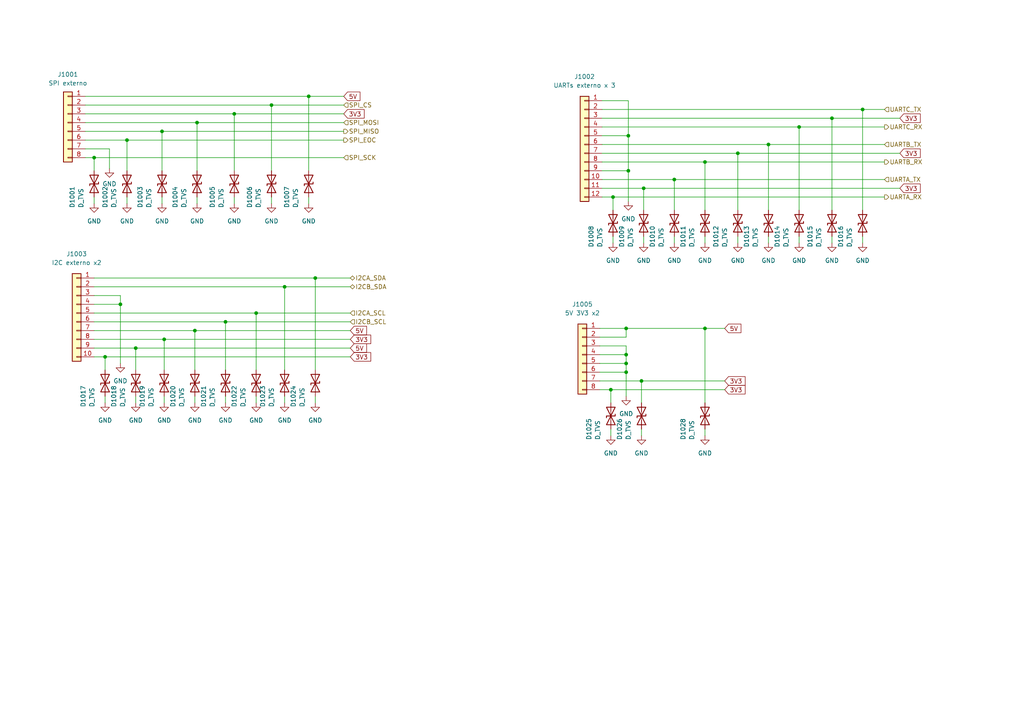
<source format=kicad_sch>
(kicad_sch (version 20211123) (generator eeschema)
  (paper "A4")
  (lib_symbols
    (symbol "Connector_Generic:Conn_01x08" (pin_names (offset 1.016) hide)
      (property "Reference" "J" (at 0 10.16 0))
      (property "Value" "Conn_01x08" (at 0 -12.7 0))
      (symbol "Conn_01x08_1_1"
        (rectangle (start -1.27 -10.033) (end 0 -10.287) (stroke (width 0.1524)))
        (rectangle (start -1.27 -7.493) (end 0 -7.747) (stroke (width 0.1524)))
        (rectangle (start -1.27 -4.953) (end 0 -5.207) (stroke (width 0.1524)))
        (rectangle (start -1.27 -2.413) (end 0 -2.667) (stroke (width 0.1524)))
        (rectangle (start -1.27 0.127) (end 0 -0.127) (stroke (width 0.1524)))
        (rectangle (start -1.27 2.667) (end 0 2.413) (stroke (width 0.1524)))
        (rectangle (start -1.27 5.207) (end 0 4.953) (stroke (width 0.1524)))
        (rectangle (start -1.27 7.747) (end 0 7.493) (stroke (width 0.1524)))
        (rectangle (start -1.27 8.89) (end 1.27 -11.43) (stroke (width 0.254)) (fill (type background)))
        (pin passive line (at -5.08 7.62 0) (length 3.81) (name "Pin_1") (number "1"))
        (pin passive line (at -5.08 5.08 0) (length 3.81) (name "Pin_2") (number "2"))
        (pin passive line (at -5.08 2.54 0) (length 3.81) (name "Pin_3") (number "3"))
        (pin passive line (at -5.08 0 0) (length 3.81) (name "Pin_4") (number "4"))
        (pin passive line (at -5.08 -2.54 0) (length 3.81) (name "Pin_5") (number "5"))
        (pin passive line (at -5.08 -5.08 0) (length 3.81) (name "Pin_6") (number "6"))
        (pin passive line (at -5.08 -7.62 0) (length 3.81) (name "Pin_7") (number "7"))
        (pin passive line (at -5.08 -10.16 0) (length 3.81) (name "Pin_8") (number "8"))
      )
    )
    (symbol "Connector_Generic:Conn_01x10" (pin_names (offset 1.016) hide)
      (property "Reference" "J" (at 0 12.7 0))
      (property "Value" "Conn_01x10" (at 0 -15.24 0))
      (symbol "Conn_01x10_1_1"
        (rectangle (start -1.27 -12.573) (end 0 -12.827) (stroke (width 0.1524)))
        (rectangle (start -1.27 -10.033) (end 0 -10.287) (stroke (width 0.1524)))
        (rectangle (start -1.27 -7.493) (end 0 -7.747) (stroke (width 0.1524)))
        (rectangle (start -1.27 -4.953) (end 0 -5.207) (stroke (width 0.1524)))
        (rectangle (start -1.27 -2.413) (end 0 -2.667) (stroke (width 0.1524)))
        (rectangle (start -1.27 0.127) (end 0 -0.127) (stroke (width 0.1524)))
        (rectangle (start -1.27 2.667) (end 0 2.413) (stroke (width 0.1524)))
        (rectangle (start -1.27 5.207) (end 0 4.953) (stroke (width 0.1524)))
        (rectangle (start -1.27 7.747) (end 0 7.493) (stroke (width 0.1524)))
        (rectangle (start -1.27 10.287) (end 0 10.033) (stroke (width 0.1524)))
        (rectangle (start -1.27 11.43) (end 1.27 -13.97) (stroke (width 0.254)) (fill (type background)))
        (pin passive line (at -5.08 10.16 0) (length 3.81) (name "Pin_1") (number "1"))
        (pin passive line (at -5.08 -12.7 0) (length 3.81) (name "Pin_10") (number "10"))
        (pin passive line (at -5.08 7.62 0) (length 3.81) (name "Pin_2") (number "2"))
        (pin passive line (at -5.08 5.08 0) (length 3.81) (name "Pin_3") (number "3"))
        (pin passive line (at -5.08 2.54 0) (length 3.81) (name "Pin_4") (number "4"))
        (pin passive line (at -5.08 0 0) (length 3.81) (name "Pin_5") (number "5"))
        (pin passive line (at -5.08 -2.54 0) (length 3.81) (name "Pin_6") (number "6"))
        (pin passive line (at -5.08 -5.08 0) (length 3.81) (name "Pin_7") (number "7"))
        (pin passive line (at -5.08 -7.62 0) (length 3.81) (name "Pin_8") (number "8"))
        (pin passive line (at -5.08 -10.16 0) (length 3.81) (name "Pin_9") (number "9"))
      )
    )
    (symbol "Connector_Generic:Conn_01x12" (pin_names (offset 1.016) hide)
      (property "Reference" "J" (at 0 15.24 0))
      (property "Value" "Conn_01x12" (at 0 -17.78 0))
      (symbol "Conn_01x12_1_1"
        (rectangle (start -1.27 -15.113) (end 0 -15.367) (stroke (width 0.1524)))
        (rectangle (start -1.27 -12.573) (end 0 -12.827) (stroke (width 0.1524)))
        (rectangle (start -1.27 -10.033) (end 0 -10.287) (stroke (width 0.1524)))
        (rectangle (start -1.27 -7.493) (end 0 -7.747) (stroke (width 0.1524)))
        (rectangle (start -1.27 -4.953) (end 0 -5.207) (stroke (width 0.1524)))
        (rectangle (start -1.27 -2.413) (end 0 -2.667) (stroke (width 0.1524)))
        (rectangle (start -1.27 0.127) (end 0 -0.127) (stroke (width 0.1524)))
        (rectangle (start -1.27 2.667) (end 0 2.413) (stroke (width 0.1524)))
        (rectangle (start -1.27 5.207) (end 0 4.953) (stroke (width 0.1524)))
        (rectangle (start -1.27 7.747) (end 0 7.493) (stroke (width 0.1524)))
        (rectangle (start -1.27 10.287) (end 0 10.033) (stroke (width 0.1524)))
        (rectangle (start -1.27 12.827) (end 0 12.573) (stroke (width 0.1524)))
        (rectangle (start -1.27 13.97) (end 1.27 -16.51) (stroke (width 0.254)) (fill (type background)))
        (pin passive line (at -5.08 12.7 0) (length 3.81) (name "Pin_1") (number "1"))
        (pin passive line (at -5.08 -10.16 0) (length 3.81) (name "Pin_10") (number "10"))
        (pin passive line (at -5.08 -12.7 0) (length 3.81) (name "Pin_11") (number "11"))
        (pin passive line (at -5.08 -15.24 0) (length 3.81) (name "Pin_12") (number "12"))
        (pin passive line (at -5.08 10.16 0) (length 3.81) (name "Pin_2") (number "2"))
        (pin passive line (at -5.08 7.62 0) (length 3.81) (name "Pin_3") (number "3"))
        (pin passive line (at -5.08 5.08 0) (length 3.81) (name "Pin_4") (number "4"))
        (pin passive line (at -5.08 2.54 0) (length 3.81) (name "Pin_5") (number "5"))
        (pin passive line (at -5.08 0 0) (length 3.81) (name "Pin_6") (number "6"))
        (pin passive line (at -5.08 -2.54 0) (length 3.81) (name "Pin_7") (number "7"))
        (pin passive line (at -5.08 -5.08 0) (length 3.81) (name "Pin_8") (number "8"))
        (pin passive line (at -5.08 -7.62 0) (length 3.81) (name "Pin_9") (number "9"))
      )
    )
    (symbol "Device:D_TVS" (pin_numbers hide) (pin_names (offset 1.016) hide)
      (property "Reference" "D" (at 0 2.54 0))
      (property "Value" "D_TVS" (at 0 -2.54 0))
      (symbol "D_TVS_0_1"
        (polyline (pts (xy 1.27 0) (xy -1.27 0)))
        (polyline (pts (xy 0.508 1.27) (xy 0 1.27) (xy 0 -1.27) (xy -0.508 -1.27)) (stroke (width 0.254)))
        (polyline (pts (xy -2.54 1.27) (xy -2.54 -1.27) (xy 2.54 1.27) (xy 2.54 -1.27) (xy -2.54 1.27)) (stroke (width 0.254)))
      )
      (symbol "D_TVS_1_1"
        (pin passive line (at -3.81 0 0) (length 2.54) (name "A1") (number "1"))
        (pin passive line (at 3.81 0 180) (length 2.54) (name "A2") (number "2"))
      )
    )
    (symbol "power:GND" (power) (pin_names (offset 0))
      (property "Value" "GND" (at 0 -3.81 0))
      (symbol "GND_0_1"
        (polyline (pts (xy 0 0) (xy 0 -1.27) (xy 1.27 -1.27) (xy 0 -2.54) (xy -1.27 -1.27) (xy 0 -1.27)))
      )
      (symbol "GND_1_1"
        (pin power_in line (at 0 0 270) (length 0) hide (name "GND") (number "1"))
      )
    )
  )
  (junction (at 213.995 44.45))
  (junction (at 39.37 100.965))
  (junction (at 222.885 41.91))
  (junction (at 231.775 36.83))
  (junction (at 56.515 95.885))
  (junction (at 181.61 95.25))
  (junction (at 91.44 80.645))
  (junction (at 177.165 113.03))
  (junction (at 47.625 98.425))
  (junction (at 177.8 57.15))
  (junction (at 241.3 34.29))
  (junction (at 181.61 105.41))
  (junction (at 74.295 90.805))
  (junction (at 30.48 103.505))
  (junction (at 186.055 110.49))
  (junction (at 204.47 46.99))
  (junction (at 182.245 49.53))
  (junction (at 186.69 54.61))
  (junction (at 89.535 27.94))
  (junction (at 65.405 93.345))
  (junction (at 182.245 39.37))
  (junction (at 34.925 88.265))
  (junction (at 82.55 83.185))
  (junction (at 204.47 95.25))
  (junction (at 250.19 31.75))
  (junction (at 36.83 40.64))
  (junction (at 57.15 35.56))
  (junction (at 67.945 33.02))
  (junction (at 181.61 102.87))
  (junction (at 27.305 45.72))
  (junction (at 181.61 107.95))
  (junction (at 46.99 38.1))
  (junction (at 78.74 30.48))
  (junction (at 195.58 52.07))
  (wire (pts (xy 27.305 98.425) (xy 47.625 98.425)))
  (wire (pts (xy 82.55 114.935) (xy 82.55 116.84)))
  (wire (pts (xy 173.99 105.41) (xy 181.61 105.41)))
  (wire (pts (xy 39.37 114.935) (xy 39.37 116.84)))
  (wire (pts (xy 91.44 107.315) (xy 91.44 80.645)))
  (wire (pts (xy 173.99 100.33) (xy 181.61 100.33)))
  (wire (pts (xy 27.305 95.885) (xy 56.515 95.885)))
  (wire (pts (xy 222.885 41.91) (xy 222.885 60.96)))
  (wire (pts (xy 36.83 40.64) (xy 36.83 49.53)))
  (wire (pts (xy 91.44 80.645) (xy 101.6 80.645)))
  (wire (pts (xy 74.295 114.935) (xy 74.295 116.84)))
  (wire (pts (xy 82.55 83.185) (xy 101.6 83.185)))
  (wire (pts (xy 177.165 113.03) (xy 210.185 113.03)))
  (wire (pts (xy 24.765 43.18) (xy 31.75 43.18)))
  (wire (pts (xy 174.625 52.07) (xy 195.58 52.07)))
  (wire (pts (xy 204.47 60.96) (xy 204.47 46.99)))
  (wire (pts (xy 34.925 85.725) (xy 34.925 88.265)))
  (wire (pts (xy 27.305 45.72) (xy 99.695 45.72)))
  (wire (pts (xy 56.515 95.885) (xy 56.515 107.315)))
  (wire (pts (xy 177.165 113.03) (xy 177.165 116.84)))
  (wire (pts (xy 181.61 100.33) (xy 181.61 102.87)))
  (wire (pts (xy 74.295 107.315) (xy 74.295 90.805)))
  (wire (pts (xy 173.99 110.49) (xy 186.055 110.49)))
  (wire (pts (xy 78.74 30.48) (xy 99.695 30.48)))
  (wire (pts (xy 173.99 102.87) (xy 181.61 102.87)))
  (wire (pts (xy 195.58 52.07) (xy 195.58 60.96)))
  (wire (pts (xy 250.19 68.58) (xy 250.19 70.485)))
  (wire (pts (xy 74.295 90.805) (xy 101.6 90.805)))
  (wire (pts (xy 250.19 31.75) (xy 256.54 31.75)))
  (wire (pts (xy 30.48 114.935) (xy 30.48 116.84)))
  (wire (pts (xy 213.995 44.45) (xy 260.985 44.45)))
  (wire (pts (xy 36.83 40.64) (xy 99.695 40.64)))
  (wire (pts (xy 24.765 33.02) (xy 67.945 33.02)))
  (wire (pts (xy 24.765 30.48) (xy 78.74 30.48)))
  (wire (pts (xy 174.625 34.29) (xy 241.3 34.29)))
  (wire (pts (xy 89.535 57.15) (xy 89.535 59.055)))
  (wire (pts (xy 174.625 49.53) (xy 182.245 49.53)))
  (wire (pts (xy 67.945 57.15) (xy 67.945 59.055)))
  (wire (pts (xy 24.765 35.56) (xy 57.15 35.56)))
  (wire (pts (xy 231.775 36.83) (xy 256.54 36.83)))
  (wire (pts (xy 250.19 31.75) (xy 250.19 60.96)))
  (wire (pts (xy 39.37 100.965) (xy 39.37 107.315)))
  (wire (pts (xy 46.99 57.15) (xy 46.99 59.055)))
  (wire (pts (xy 27.305 85.725) (xy 34.925 85.725)))
  (wire (pts (xy 31.75 48.895) (xy 31.75 43.18)))
  (wire (pts (xy 24.765 27.94) (xy 89.535 27.94)))
  (wire (pts (xy 57.15 57.15) (xy 57.15 59.055)))
  (wire (pts (xy 27.305 90.805) (xy 74.295 90.805)))
  (wire (pts (xy 181.61 107.95) (xy 181.61 114.935)))
  (wire (pts (xy 181.61 105.41) (xy 181.61 107.95)))
  (wire (pts (xy 186.69 68.58) (xy 186.69 70.485)))
  (wire (pts (xy 182.245 49.53) (xy 182.245 58.42)))
  (wire (pts (xy 213.995 44.45) (xy 213.995 60.96)))
  (wire (pts (xy 182.245 39.37) (xy 182.245 49.53)))
  (wire (pts (xy 47.625 114.935) (xy 47.625 116.84)))
  (wire (pts (xy 173.99 113.03) (xy 177.165 113.03)))
  (wire (pts (xy 24.765 45.72) (xy 27.305 45.72)))
  (wire (pts (xy 174.625 41.91) (xy 222.885 41.91)))
  (wire (pts (xy 24.765 40.64) (xy 36.83 40.64)))
  (wire (pts (xy 241.3 34.29) (xy 260.985 34.29)))
  (wire (pts (xy 34.925 105.41) (xy 34.925 88.265)))
  (wire (pts (xy 213.995 68.58) (xy 213.995 70.485)))
  (wire (pts (xy 65.405 114.935) (xy 65.405 116.84)))
  (wire (pts (xy 177.8 57.15) (xy 177.8 60.96)))
  (wire (pts (xy 195.58 52.07) (xy 256.54 52.07)))
  (wire (pts (xy 57.15 35.56) (xy 99.695 35.56)))
  (wire (pts (xy 47.625 98.425) (xy 101.6 98.425)))
  (wire (pts (xy 186.055 110.49) (xy 186.055 116.84)))
  (wire (pts (xy 222.885 41.91) (xy 256.54 41.91)))
  (wire (pts (xy 181.61 102.87) (xy 181.61 105.41)))
  (wire (pts (xy 204.47 68.58) (xy 204.47 70.485)))
  (wire (pts (xy 46.99 38.1) (xy 99.695 38.1)))
  (wire (pts (xy 27.305 103.505) (xy 30.48 103.505)))
  (wire (pts (xy 27.305 57.15) (xy 27.305 59.055)))
  (wire (pts (xy 174.625 57.15) (xy 177.8 57.15)))
  (wire (pts (xy 27.305 88.265) (xy 34.925 88.265)))
  (wire (pts (xy 173.99 107.95) (xy 181.61 107.95)))
  (wire (pts (xy 181.61 95.25) (xy 204.47 95.25)))
  (wire (pts (xy 174.625 31.75) (xy 250.19 31.75)))
  (wire (pts (xy 231.775 60.96) (xy 231.775 36.83)))
  (wire (pts (xy 174.625 36.83) (xy 231.775 36.83)))
  (wire (pts (xy 30.48 103.505) (xy 30.48 107.315)))
  (wire (pts (xy 204.47 95.25) (xy 210.185 95.25)))
  (wire (pts (xy 67.945 33.02) (xy 99.695 33.02)))
  (wire (pts (xy 24.765 38.1) (xy 46.99 38.1)))
  (wire (pts (xy 204.47 124.46) (xy 204.47 126.365)))
  (wire (pts (xy 36.83 57.15) (xy 36.83 59.055)))
  (wire (pts (xy 174.625 44.45) (xy 213.995 44.45)))
  (wire (pts (xy 78.74 30.48) (xy 78.74 49.53)))
  (wire (pts (xy 177.165 124.46) (xy 177.165 126.365)))
  (wire (pts (xy 91.44 114.935) (xy 91.44 116.84)))
  (wire (pts (xy 89.535 27.94) (xy 89.535 49.53)))
  (wire (pts (xy 241.3 68.58) (xy 241.3 70.485)))
  (wire (pts (xy 89.535 27.94) (xy 99.695 27.94)))
  (wire (pts (xy 65.405 93.345) (xy 65.405 107.315)))
  (wire (pts (xy 27.305 83.185) (xy 82.55 83.185)))
  (wire (pts (xy 186.69 54.61) (xy 186.69 60.96)))
  (wire (pts (xy 204.47 95.25) (xy 204.47 116.84)))
  (wire (pts (xy 46.99 38.1) (xy 46.99 49.53)))
  (wire (pts (xy 174.625 54.61) (xy 186.69 54.61)))
  (wire (pts (xy 174.625 46.99) (xy 204.47 46.99)))
  (wire (pts (xy 186.69 54.61) (xy 260.985 54.61)))
  (wire (pts (xy 39.37 100.965) (xy 101.6 100.965)))
  (wire (pts (xy 173.99 95.25) (xy 181.61 95.25)))
  (wire (pts (xy 65.405 93.345) (xy 101.6 93.345)))
  (wire (pts (xy 186.055 124.46) (xy 186.055 126.365)))
  (wire (pts (xy 47.625 98.425) (xy 47.625 107.315)))
  (wire (pts (xy 27.305 45.72) (xy 27.305 49.53)))
  (wire (pts (xy 241.3 34.29) (xy 241.3 60.96)))
  (wire (pts (xy 177.8 57.15) (xy 256.54 57.15)))
  (wire (pts (xy 204.47 46.99) (xy 256.54 46.99)))
  (wire (pts (xy 177.8 68.58) (xy 177.8 70.485)))
  (wire (pts (xy 186.055 110.49) (xy 210.185 110.49)))
  (wire (pts (xy 78.74 57.15) (xy 78.74 59.055)))
  (wire (pts (xy 173.99 97.79) (xy 181.61 97.79)))
  (wire (pts (xy 174.625 29.21) (xy 182.245 29.21)))
  (wire (pts (xy 82.55 83.185) (xy 82.55 107.315)))
  (wire (pts (xy 231.775 68.58) (xy 231.775 70.485)))
  (wire (pts (xy 27.305 93.345) (xy 65.405 93.345)))
  (wire (pts (xy 57.15 35.56) (xy 57.15 49.53)))
  (wire (pts (xy 182.245 29.21) (xy 182.245 39.37)))
  (wire (pts (xy 30.48 103.505) (xy 101.6 103.505)))
  (wire (pts (xy 27.305 80.645) (xy 91.44 80.645)))
  (wire (pts (xy 222.885 68.58) (xy 222.885 70.485)))
  (wire (pts (xy 181.61 95.25) (xy 181.61 97.79)))
  (wire (pts (xy 174.625 39.37) (xy 182.245 39.37)))
  (wire (pts (xy 195.58 68.58) (xy 195.58 70.485)))
  (wire (pts (xy 67.945 33.02) (xy 67.945 49.53)))
  (wire (pts (xy 56.515 114.935) (xy 56.515 116.84)))
  (wire (pts (xy 56.515 95.885) (xy 101.6 95.885)))
  (wire (pts (xy 27.305 100.965) (xy 39.37 100.965)))
  (global_label "3V3" (shape input) (at 101.6 98.425 0) (property "Intersheet References" "${INTERSHEET_REFS}" (effects hide)))
  (global_label "5V" (shape input) (at 210.185 95.25 0) (property "Intersheet References" "${INTERSHEET_REFS}" (effects hide)))
  (global_label "3V3" (shape input) (at 101.6 103.505 0) (property "Intersheet References" "${INTERSHEET_REFS}" (effects hide)))
  (global_label "3V3" (shape input) (at 260.985 34.29 0) (property "Intersheet References" "${INTERSHEET_REFS}" (effects hide)))
  (global_label "5V" (shape input) (at 99.695 27.94 0) (property "Intersheet References" "${INTERSHEET_REFS}" (effects hide)))
  (global_label "5V" (shape input) (at 101.6 100.965 0) (property "Intersheet References" "${INTERSHEET_REFS}" (effects hide)))
  (global_label "3V3" (shape input) (at 260.985 54.61 0) (property "Intersheet References" "${INTERSHEET_REFS}" (effects hide)))
  (global_label "3V3" (shape input) (at 210.185 110.49 0) (property "Intersheet References" "${INTERSHEET_REFS}" (effects hide)))
  (global_label "3V3" (shape input) (at 210.185 113.03 0) (property "Intersheet References" "${INTERSHEET_REFS}" (effects hide)))
  (global_label "3V3" (shape input) (at 99.695 33.02 0) (property "Intersheet References" "${INTERSHEET_REFS}" (effects hide)))
  (global_label "5V" (shape input) (at 101.6 95.885 0) (property "Intersheet References" "${INTERSHEET_REFS}" (effects hide)))
  (global_label "3V3" (shape input) (at 260.985 44.45 0) (property "Intersheet References" "${INTERSHEET_REFS}" (effects hide)))
  (hierarchical_label "UARTC_RX" (shape output) (at 256.54 36.83 0))
  (hierarchical_label "SPI_MOSI" (shape input) (at 99.695 35.56 0))
  (hierarchical_label "SPI_EOC" (shape output) (at 99.695 40.64 0))
  (hierarchical_label "UARTC_TX" (shape input) (at 256.54 31.75 0))
  (hierarchical_label "UARTB_RX" (shape output) (at 256.54 46.99 0))
  (hierarchical_label "SPI_CS" (shape input) (at 99.695 30.48 0))
  (hierarchical_label "I2CB_SDA" (shape bidirectional) (at 101.6 83.185 0))
  (hierarchical_label "UARTA_RX" (shape output) (at 256.54 57.15 0))
  (hierarchical_label "UARTA_TX" (shape input) (at 256.54 52.07 0))
  (hierarchical_label "I2CA_SCL" (shape input) (at 101.6 90.805 0))
  (hierarchical_label "SPI_MISO" (shape output) (at 99.695 38.1 0))
  (hierarchical_label "SPI_SCK" (shape input) (at 99.695 45.72 0))
  (hierarchical_label "I2CA_SDA" (shape bidirectional) (at 101.6 80.645 0))
  (hierarchical_label "I2CB_SCL" (shape input) (at 101.6 93.345 0))
  (hierarchical_label "UARTB_TX" (shape input) (at 256.54 41.91 0))
  (symbol (lib_id "power:GND") (at 186.69 70.485 0) (unit 1)
    (property "Reference" "#PWR0186" (effects hide))
    (property "Value" "GND" (at 186.69 75.565 0))
  )
  (symbol (lib_id "power:GND") (at 186.055 126.365 0) (unit 1)
    (property "Reference" "#PWR0207" (effects hide))
    (property "Value" "GND" (at 186.055 131.445 0))
  )
  (symbol (lib_id "power:GND") (at 91.44 116.84 0) (unit 1)
    (property "Reference" "#PWR0171" (effects hide))
    (property "Value" "GND" (at 91.44 121.92 0))
  )
  (symbol (lib_id "power:GND") (at 36.83 59.055 0) (unit 1)
    (property "Reference" "#PWR0196" (effects hide))
    (property "Value" "GND" (at 36.83 64.135 0))
  )
  (symbol (lib_id "Device:D_TVS") (at 177.165 120.65 270) (mirror x) (unit 1)
    (property "Reference" "D1025" (at 170.815 127.635 0) (effects (justify left)))
    (property "Value" "D_TVS" (at 173.355 127.635 0) (effects (justify left)))
    (property "Footprint" "Diode_SMD:D_0402_1005Metric_Pad0.77x0.64mm_HandSolder" (effects hide))
  )
  (symbol (lib_id "power:GND") (at 82.55 116.84 0) (unit 1)
    (property "Reference" "#PWR0182" (effects hide))
    (property "Value" "GND" (at 82.55 121.92 0))
  )
  (symbol (lib_id "power:GND") (at 222.885 70.485 0) (unit 1)
    (property "Reference" "#PWR0191" (effects hide))
    (property "Value" "GND" (at 222.885 75.565 0))
  )
  (symbol (lib_id "Device:D_TVS") (at 89.535 53.34 270) (mirror x) (unit 1)
    (property "Reference" "D1007" (at 83.185 60.325 0) (effects (justify left)))
    (property "Value" "D_TVS" (at 85.725 60.325 0) (effects (justify left)))
    (property "Footprint" "Diode_SMD:D_0402_1005Metric_Pad0.77x0.64mm_HandSolder" (effects hide))
  )
  (symbol (lib_id "Device:D_TVS") (at 186.69 64.77 270) (mirror x) (unit 1)
    (property "Reference" "D1009" (at 180.34 71.755 0) (effects (justify left)))
    (property "Value" "D_TVS" (at 182.88 71.755 0) (effects (justify left)))
    (property "Footprint" "Diode_SMD:D_0402_1005Metric_Pad0.77x0.64mm_HandSolder" (effects hide))
  )
  (symbol (lib_id "Connector_Generic:Conn_01x10") (at 22.225 90.805 0) (mirror y) (unit 1)
    (property "Reference" "J1003" (at 22.225 73.66 0))
    (property "Value" "I2C externo x2" (at 22.225 76.2 0))
    (property "Footprint" "Connector_PinHeader_2.54mm:PinHeader_2x05_P2.54mm_Horizontal" (effects hide))
  )
  (symbol (lib_id "Device:D_TVS") (at 91.44 111.125 270) (mirror x) (unit 1)
    (property "Reference" "D1024" (at 85.09 118.11 0) (effects (justify left)))
    (property "Value" "D_TVS" (at 87.63 118.11 0) (effects (justify left)))
    (property "Footprint" "Diode_SMD:D_0402_1005Metric_Pad0.77x0.64mm_HandSolder" (effects hide))
  )
  (symbol (lib_id "Device:D_TVS") (at 67.945 53.34 270) (mirror x) (unit 1)
    (property "Reference" "D1005" (at 61.595 60.325 0) (effects (justify left)))
    (property "Value" "D_TVS" (at 64.135 60.325 0) (effects (justify left)))
    (property "Footprint" "Diode_SMD:D_0402_1005Metric_Pad0.77x0.64mm_HandSolder" (effects hide))
  )
  (symbol (lib_id "Device:D_TVS") (at 27.305 53.34 270) (mirror x) (unit 1)
    (property "Reference" "D1001" (at 20.955 60.325 0) (effects (justify left)))
    (property "Value" "D_TVS" (at 23.495 60.325 0) (effects (justify left)))
    (property "Footprint" "Diode_SMD:D_0402_1005Metric_Pad0.77x0.64mm_HandSolder" (effects hide))
  )
  (symbol (lib_id "power:GND") (at 31.75 48.895 0) (mirror y) (unit 1)
    (property "Reference" "#PWR0172" (effects hide))
    (property "Value" "GND" (at 31.75 53.34 0))
  )
  (symbol (lib_id "Connector_Generic:Conn_01x12") (at 169.545 41.91 0) (mirror y) (unit 1)
    (property "Reference" "J1002" (at 169.545 22.225 0))
    (property "Value" "UARTs externo x 3" (at 169.545 24.765 0))
    (property "Footprint" "Connector_PinHeader_2.54mm:PinHeader_2x06_P2.54mm_Horizontal" (effects hide))
  )
  (symbol (lib_id "power:GND") (at 241.3 70.485 0) (unit 1)
    (property "Reference" "#PWR0189" (effects hide))
    (property "Value" "GND" (at 241.3 75.565 0))
  )
  (symbol (lib_id "power:GND") (at 182.245 58.42 0) (unit 1)
    (property "Reference" "#PWR0203" (effects hide))
    (property "Value" "GND" (at 182.245 63.5 0))
  )
  (symbol (lib_id "Device:D_TVS") (at 39.37 111.125 270) (mirror x) (unit 1)
    (property "Reference" "D1018" (at 33.02 118.11 0) (effects (justify left)))
    (property "Value" "D_TVS" (at 35.56 118.11 0) (effects (justify left)))
    (property "Footprint" "Diode_SMD:D_0402_1005Metric_Pad0.77x0.64mm_HandSolder" (effects hide))
  )
  (symbol (lib_id "Device:D_TVS") (at 46.99 53.34 270) (mirror x) (unit 1)
    (property "Reference" "D1003" (at 40.64 60.325 0) (effects (justify left)))
    (property "Value" "D_TVS" (at 43.18 60.325 0) (effects (justify left)))
    (property "Footprint" "Diode_SMD:D_0402_1005Metric_Pad0.77x0.64mm_HandSolder" (effects hide))
  )
  (symbol (lib_id "Device:D_TVS") (at 82.55 111.125 270) (mirror x) (unit 1)
    (property "Reference" "D1023" (at 76.2 118.11 0) (effects (justify left)))
    (property "Value" "D_TVS" (at 78.74 118.11 0) (effects (justify left)))
    (property "Footprint" "Diode_SMD:D_0402_1005Metric_Pad0.77x0.64mm_HandSolder" (effects hide))
  )
  (symbol (lib_id "Device:D_TVS") (at 47.625 111.125 270) (mirror x) (unit 1)
    (property "Reference" "D1019" (at 41.275 118.11 0) (effects (justify left)))
    (property "Value" "D_TVS" (at 43.815 118.11 0) (effects (justify left)))
    (property "Footprint" "Diode_SMD:D_0402_1005Metric_Pad0.77x0.64mm_HandSolder" (effects hide))
  )
  (symbol (lib_id "power:GND") (at 74.295 116.84 0) (unit 1)
    (property "Reference" "#PWR0170" (effects hide))
    (property "Value" "GND" (at 74.295 121.92 0))
  )
  (symbol (lib_id "power:GND") (at 204.47 70.485 0) (unit 1)
    (property "Reference" "#PWR0187" (effects hide))
    (property "Value" "GND" (at 204.47 75.565 0))
  )
  (symbol (lib_id "Device:D_TVS") (at 204.47 120.65 270) (mirror x) (unit 1)
    (property "Reference" "D1028" (at 198.12 127.635 0) (effects (justify left)))
    (property "Value" "D_TVS" (at 200.66 127.635 0) (effects (justify left)))
    (property "Footprint" "Diode_SMD:D_0402_1005Metric_Pad0.77x0.64mm_HandSolder" (effects hide))
  )
  (symbol (lib_id "Device:D_TVS") (at 65.405 111.125 270) (mirror x) (unit 1)
    (property "Reference" "D1021" (at 59.055 118.11 0) (effects (justify left)))
    (property "Value" "D_TVS" (at 61.595 118.11 0) (effects (justify left)))
    (property "Footprint" "Diode_SMD:D_0402_1005Metric_Pad0.77x0.64mm_HandSolder" (effects hide))
  )
  (symbol (lib_id "power:GND") (at 65.405 116.84 0) (unit 1)
    (property "Reference" "#PWR0184" (effects hide))
    (property "Value" "GND" (at 65.405 121.92 0))
  )
  (symbol (lib_id "Device:D_TVS") (at 56.515 111.125 270) (mirror x) (unit 1)
    (property "Reference" "D1020" (at 50.165 118.11 0) (effects (justify left)))
    (property "Value" "D_TVS" (at 52.705 118.11 0) (effects (justify left)))
    (property "Footprint" "Diode_SMD:D_0402_1005Metric_Pad0.77x0.64mm_HandSolder" (effects hide))
  )
  (symbol (lib_id "Device:D_TVS") (at 195.58 64.77 270) (mirror x) (unit 1)
    (property "Reference" "D1010" (at 189.23 71.755 0) (effects (justify left)))
    (property "Value" "D_TVS" (at 191.77 71.755 0) (effects (justify left)))
    (property "Footprint" "Diode_SMD:D_0402_1005Metric_Pad0.77x0.64mm_HandSolder" (effects hide))
  )
  (symbol (lib_id "Device:D_TVS") (at 222.885 64.77 270) (mirror x) (unit 1)
    (property "Reference" "D1013" (at 216.535 71.755 0) (effects (justify left)))
    (property "Value" "D_TVS" (at 219.075 71.755 0) (effects (justify left)))
    (property "Footprint" "Diode_SMD:D_0402_1005Metric_Pad0.77x0.64mm_HandSolder" (effects hide))
  )
  (symbol (lib_id "power:GND") (at 56.515 116.84 0) (unit 1)
    (property "Reference" "#PWR0204" (effects hide))
    (property "Value" "GND" (at 56.515 121.92 0))
  )
  (symbol (lib_id "power:GND") (at 67.945 59.055 0) (unit 1)
    (property "Reference" "#PWR0200" (effects hide))
    (property "Value" "GND" (at 67.945 64.135 0))
  )
  (symbol (lib_id "power:GND") (at 78.74 59.055 0) (unit 1)
    (property "Reference" "#PWR0198" (effects hide))
    (property "Value" "GND" (at 78.74 64.135 0))
  )
  (symbol (lib_id "power:GND") (at 195.58 70.485 0) (unit 1)
    (property "Reference" "#PWR0166" (effects hide))
    (property "Value" "GND" (at 195.58 75.565 0))
  )
  (symbol (lib_id "power:GND") (at 250.19 70.485 0) (unit 1)
    (property "Reference" "#PWR0201" (effects hide))
    (property "Value" "GND" (at 250.19 75.565 0))
  )
  (symbol (lib_id "Device:D_TVS") (at 241.3 64.77 270) (mirror x) (unit 1)
    (property "Reference" "D1015" (at 234.95 71.755 0) (effects (justify left)))
    (property "Value" "D_TVS" (at 237.49 71.755 0) (effects (justify left)))
    (property "Footprint" "Diode_SMD:D_0402_1005Metric_Pad0.77x0.64mm_HandSolder" (effects hide))
  )
  (symbol (lib_id "power:GND") (at 177.8 70.485 0) (unit 1)
    (property "Reference" "#PWR0202" (effects hide))
    (property "Value" "GND" (at 177.8 75.565 0))
  )
  (symbol (lib_id "Device:D_TVS") (at 250.19 64.77 270) (mirror x) (unit 1)
    (property "Reference" "D1016" (at 243.84 71.755 0) (effects (justify left)))
    (property "Value" "D_TVS" (at 246.38 71.755 0) (effects (justify left)))
    (property "Footprint" "Diode_SMD:D_0402_1005Metric_Pad0.77x0.64mm_HandSolder" (effects hide))
  )
  (symbol (lib_id "power:GND") (at 231.775 70.485 0) (unit 1)
    (property "Reference" "#PWR0190" (effects hide))
    (property "Value" "GND" (at 231.775 75.565 0))
  )
  (symbol (lib_id "power:GND") (at 46.99 59.055 0) (unit 1)
    (property "Reference" "#PWR0194" (effects hide))
    (property "Value" "GND" (at 46.99 64.135 0))
  )
  (symbol (lib_id "Device:D_TVS") (at 30.48 111.125 270) (mirror x) (unit 1)
    (property "Reference" "D1017" (at 24.13 118.11 0) (effects (justify left)))
    (property "Value" "D_TVS" (at 26.67 118.11 0) (effects (justify left)))
    (property "Footprint" "Diode_SMD:D_0402_1005Metric_Pad0.77x0.64mm_HandSolder" (effects hide))
  )
  (symbol (lib_id "Device:D_TVS") (at 213.995 64.77 270) (mirror x) (unit 1)
    (property "Reference" "D1012" (at 207.645 71.755 0) (effects (justify left)))
    (property "Value" "D_TVS" (at 210.185 71.755 0) (effects (justify left)))
    (property "Footprint" "Diode_SMD:D_0402_1005Metric_Pad0.77x0.64mm_HandSolder" (effects hide))
  )
  (symbol (lib_id "power:GND") (at 27.305 59.055 0) (unit 1)
    (property "Reference" "#PWR0197" (effects hide))
    (property "Value" "GND" (at 27.305 64.135 0))
  )
  (symbol (lib_id "Device:D_TVS") (at 57.15 53.34 270) (mirror x) (unit 1)
    (property "Reference" "D1004" (at 50.8 60.325 0) (effects (justify left)))
    (property "Value" "D_TVS" (at 53.34 60.325 0) (effects (justify left)))
    (property "Footprint" "Diode_SMD:D_0402_1005Metric_Pad0.77x0.64mm_HandSolder" (effects hide))
  )
  (symbol (lib_id "Device:D_TVS") (at 177.8 64.77 270) (mirror x) (unit 1)
    (property "Reference" "D1008" (at 171.45 71.755 0) (effects (justify left)))
    (property "Value" "D_TVS" (at 173.99 71.755 0) (effects (justify left)))
    (property "Footprint" "Diode_SMD:D_0402_1005Metric_Pad0.77x0.64mm_HandSolder" (effects hide))
  )
  (symbol (lib_id "Device:D_TVS") (at 78.74 53.34 270) (mirror x) (unit 1)
    (property "Reference" "D1006" (at 72.39 60.325 0) (effects (justify left)))
    (property "Value" "D_TVS" (at 74.93 60.325 0) (effects (justify left)))
    (property "Footprint" "Diode_SMD:D_0402_1005Metric_Pad0.77x0.64mm_HandSolder" (effects hide))
  )
  (symbol (lib_id "power:GND") (at 30.48 116.84 0) (unit 1)
    (property "Reference" "#PWR0205" (effects hide))
    (property "Value" "GND" (at 30.48 121.92 0))
  )
  (symbol (lib_id "power:GND") (at 39.37 116.84 0) (unit 1)
    (property "Reference" "#PWR0183" (effects hide))
    (property "Value" "GND" (at 39.37 121.92 0))
  )
  (symbol (lib_id "Device:D_TVS") (at 36.83 53.34 270) (mirror x) (unit 1)
    (property "Reference" "D1002" (at 30.48 60.325 0) (effects (justify left)))
    (property "Value" "D_TVS" (at 33.02 60.325 0) (effects (justify left)))
    (property "Footprint" "Diode_SMD:D_0402_1005Metric_Pad0.77x0.64mm_HandSolder" (effects hide))
  )
  (symbol (lib_id "Device:D_TVS") (at 74.295 111.125 270) (mirror x) (unit 1)
    (property "Reference" "D1022" (at 67.945 118.11 0) (effects (justify left)))
    (property "Value" "D_TVS" (at 70.485 118.11 0) (effects (justify left)))
    (property "Footprint" "Diode_SMD:D_0402_1005Metric_Pad0.77x0.64mm_HandSolder" (effects hide))
  )
  (symbol (lib_id "Device:D_TVS") (at 204.47 64.77 270) (mirror x) (unit 1)
    (property "Reference" "D1011" (at 198.12 71.755 0) (effects (justify left)))
    (property "Value" "D_TVS" (at 200.66 71.755 0) (effects (justify left)))
    (property "Footprint" "Diode_SMD:D_0402_1005Metric_Pad0.77x0.64mm_HandSolder" (effects hide))
  )
  (symbol (lib_id "power:GND") (at 47.625 116.84 0) (unit 1)
    (property "Reference" "#PWR0185" (effects hide))
    (property "Value" "GND" (at 47.625 121.92 0))
  )
  (symbol (lib_id "power:GND") (at 213.995 70.485 0) (unit 1)
    (property "Reference" "#PWR0188" (effects hide))
    (property "Value" "GND" (at 213.995 75.565 0))
  )
  (symbol (lib_id "Device:D_TVS") (at 231.775 64.77 270) (mirror x) (unit 1)
    (property "Reference" "D1014" (at 225.425 71.755 0) (effects (justify left)))
    (property "Value" "D_TVS" (at 227.965 71.755 0) (effects (justify left)))
    (property "Footprint" "Diode_SMD:D_0402_1005Metric_Pad0.77x0.64mm_HandSolder" (effects hide))
  )
  (symbol (lib_id "Connector_Generic:Conn_01x08") (at 168.91 102.87 0) (mirror y) (unit 1)
    (property "Reference" "J1005" (at 168.91 88.265 0))
    (property "Value" "5V 3V3 x2" (at 168.91 90.805 0))
    (property "Footprint" "Connector_PinHeader_2.54mm:PinHeader_2x04_P2.54mm_Horizontal" (effects hide))
  )
  (symbol (lib_id "power:GND") (at 181.61 114.935 0) (unit 1)
    (property "Reference" "#PWR0174" (effects hide))
    (property "Value" "GND" (at 181.61 120.015 0))
  )
  (symbol (lib_id "Connector_Generic:Conn_01x08") (at 19.685 35.56 0) (mirror y) (unit 1)
    (property "Reference" "J1001" (at 19.685 21.59 0))
    (property "Value" "SPI externo" (at 19.685 24.13 0))
    (property "Footprint" "Connector_PinHeader_2.54mm:PinHeader_2x04_P2.54mm_Horizontal" (effects hide))
  )
  (symbol (lib_id "power:GND") (at 34.925 105.41 0) (unit 1)
    (property "Reference" "#PWR0206" (effects hide))
    (property "Value" "GND" (at 34.925 110.49 0))
  )
  (symbol (lib_id "power:GND") (at 177.165 126.365 0) (unit 1)
    (property "Reference" "#PWR0173" (effects hide))
    (property "Value" "GND" (at 177.165 131.445 0))
  )
  (symbol (lib_id "power:GND") (at 89.535 59.055 0) (unit 1)
    (property "Reference" "#PWR0199" (effects hide))
    (property "Value" "GND" (at 89.535 64.135 0))
  )
  (symbol (lib_id "power:GND") (at 57.15 59.055 0) (unit 1)
    (property "Reference" "#PWR0195" (effects hide))
    (property "Value" "GND" (at 57.15 64.135 0))
  )
  (symbol (lib_id "Device:D_TVS") (at 186.055 120.65 270) (mirror x) (unit 1)
    (property "Reference" "D1026" (at 179.705 127.635 0) (effects (justify left)))
    (property "Value" "D_TVS" (at 182.245 127.635 0) (effects (justify left)))
    (property "Footprint" "Diode_SMD:D_0402_1005Metric_Pad0.77x0.64mm_HandSolder" (effects hide))
  )
  (symbol (lib_id "power:GND") (at 204.47 126.365 0) (unit 1)
    (property "Reference" "#PWR0209" (effects hide))
    (property "Value" "GND" (at 204.47 131.445 0))
  )
)
</source>
